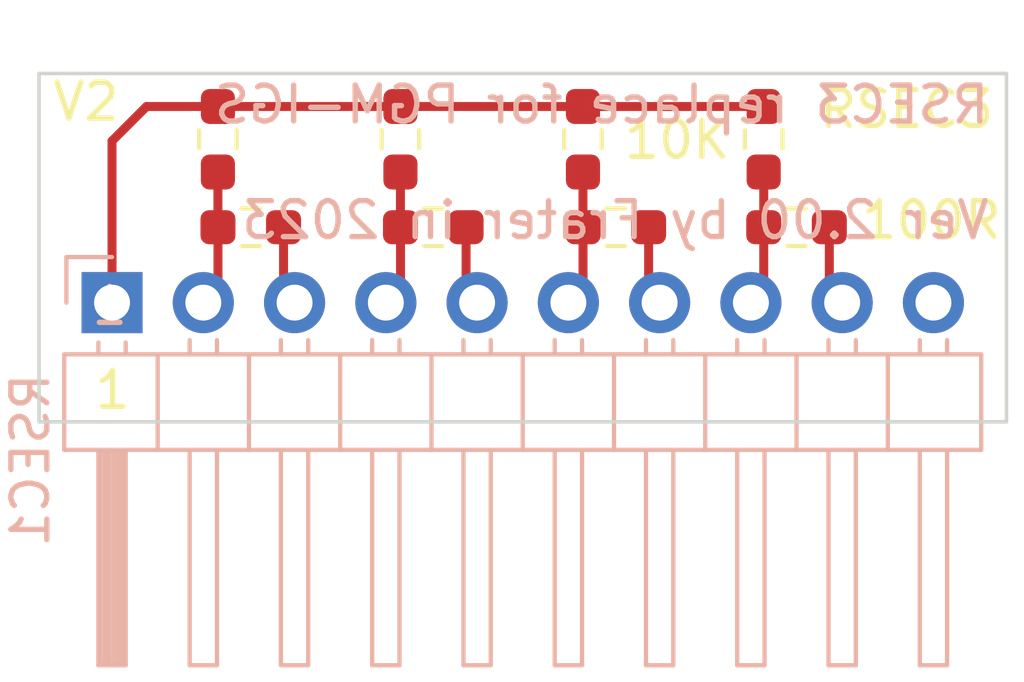
<source format=kicad_pcb>
(kicad_pcb (version 20221018) (generator pcbnew)
  (layers (0 "F.Cu" signal) (31 "B.Cu" signal) (34 "B.Paste" user) (35 "F.Paste" user) (36 "B.SilkS" user "B.Silkscreen") (37 "F.SilkS" user "F.Silkscreen") (38 "B.Mask" user) (39 "F.Mask" user) (44 "Edge.Cuts" user))
  (net 0 "")
  (net 1 "Net-(RSEC1-Input1)")
  (net 2 "Net-(RSEC1-Output1)")
  (net 3 "Net-(RSEC1-Input2)")
  (net 4 "Net-(RSEC1-Output2)")
  (net 5 "Net-(RSEC1-Input3)")
  (net 6 "Net-(RSEC1-Output3)")
  (net 7 "Net-(RSEC1-Input4)")
  (net 8 "Net-(RSEC1-Output4)")
  (net 9 "Net-(RSEC1-VCC)")
  (footprint "frater_Custom_Library:R_0603_1608Metric_Pad0.98x0.95mm_HandSolder_CUSTOM" (layer "F.Cu") (at 137.5156 75.95 -90)
    (fp_text reference "R8")
    (fp_text value "10K")
    (fp_line (start -0.254724 -0.5225) (end 0.254724 -0.5225) (stroke (width 0.12)) (layer "F.SilkS"))
    (fp_line (start -0.254724 0.5225) (end 0.254724 0.5225) (stroke (width 0.12)) (layer "F.SilkS"))
    (pad "1" smd roundrect (at -0.9125 0 270) (size 0.975 0.95) (layers "F.Cu" "F.Paste" "F.Mask") (net 9 "Net-(RSEC1-VCC)"))
    (pad "2" smd roundrect (at 0.9125 0 270) (size 0.975 0.95) (layers "F.Cu" "F.Paste" "F.Mask") (net 7 "Net-(RSEC1-Input4)"))
  )
  (footprint "frater_Custom_Library:R_0603_1608Metric_Pad0.98x0.95mm_HandSolder_CUSTOM" (layer "F.Cu") (at 133.4008 78.4)
    (fp_text reference "R3")
    (fp_text value "100R")
    (fp_line (start -0.254724 -0.5225) (end 0.254724 -0.5225) (stroke (width 0.12)) (layer "F.SilkS"))
    (fp_line (start -0.254724 0.5225) (end 0.254724 0.5225) (stroke (width 0.12)) (layer "F.SilkS"))
    (pad "1" smd roundrect (at -0.9125 0) (size 0.975 0.95) (layers "F.Cu" "F.Paste" "F.Mask") (net 5 "Net-(RSEC1-Input3)"))
    (pad "2" smd roundrect (at 0.9125 0) (size 0.975 0.95) (layers "F.Cu" "F.Paste" "F.Mask") (net 6 "Net-(RSEC1-Output3)"))
  )
  (footprint "frater_Custom_Library:R_0603_1608Metric_Pad0.98x0.95mm_HandSolder_CUSTOM" (layer "F.Cu") (at 127.4064 75.95 -90)
    (fp_text reference "R6")
    (fp_text value "10K")
    (fp_line (start -0.254724 -0.5225) (end 0.254724 -0.5225) (stroke (width 0.12)) (layer "F.SilkS"))
    (fp_line (start -0.254724 0.5225) (end 0.254724 0.5225) (stroke (width 0.12)) (layer "F.SilkS"))
    (pad "1" smd roundrect (at -0.9125 0 270) (size 0.975 0.95) (layers "F.Cu" "F.Paste" "F.Mask") (net 9 "Net-(RSEC1-VCC)"))
    (pad "2" smd roundrect (at 0.9125 0 270) (size 0.975 0.95) (layers "F.Cu" "F.Paste" "F.Mask") (net 3 "Net-(RSEC1-Input2)"))
  )
  (footprint "frater_Custom_Library:R_0603_1608Metric_Pad0.98x0.95mm_HandSolder_CUSTOM" (layer "F.Cu") (at 132.4864 75.95 -90)
    (fp_text reference "R7")
    (fp_text value "10K")
    (fp_line (start -0.254724 -0.5225) (end 0.254724 -0.5225) (stroke (width 0.12)) (layer "F.SilkS"))
    (fp_line (start -0.254724 0.5225) (end 0.254724 0.5225) (stroke (width 0.12)) (layer "F.SilkS"))
    (pad "1" smd roundrect (at -0.9125 0 270) (size 0.975 0.95) (layers "F.Cu" "F.Paste" "F.Mask") (net 9 "Net-(RSEC1-VCC)"))
    (pad "2" smd roundrect (at 0.9125 0 270) (size 0.975 0.95) (layers "F.Cu" "F.Paste" "F.Mask") (net 5 "Net-(RSEC1-Input3)"))
  )
  (footprint "frater_Custom_Library:R_0603_1608Metric_Pad0.98x0.95mm_HandSolder_CUSTOM" (layer "F.Cu") (at 138.43 78.4)
    (fp_text reference "R4")
    (fp_text value "100R")
    (fp_line (start -0.254724 -0.5225) (end 0.254724 -0.5225) (stroke (width 0.12)) (layer "F.SilkS"))
    (fp_line (start -0.254724 0.5225) (end 0.254724 0.5225) (stroke (width 0.12)) (layer "F.SilkS"))
    (pad "1" smd roundrect (at -0.9125 0) (size 0.975 0.95) (layers "F.Cu" "F.Paste" "F.Mask") (net 7 "Net-(RSEC1-Input4)"))
    (pad "2" smd roundrect (at 0.9125 0) (size 0.975 0.95) (layers "F.Cu" "F.Paste" "F.Mask") (net 8 "Net-(RSEC1-Output4)"))
  )
  (footprint "frater_Custom_Library:R_0603_1608Metric_Pad0.98x0.95mm_HandSolder_CUSTOM" (layer "F.Cu") (at 123.2408 78.4)
    (fp_text reference "R1")
    (fp_text value "100R")
    (fp_line (start -0.254724 -0.5225) (end 0.254724 -0.5225) (stroke (width 0.12)) (layer "F.SilkS"))
    (fp_line (start -0.254724 0.5225) (end 0.254724 0.5225) (stroke (width 0.12)) (layer "F.SilkS"))
    (pad "1" smd roundrect (at -0.9125 0) (size 0.975 0.95) (layers "F.Cu" "F.Paste" "F.Mask") (net 1 "Net-(RSEC1-Input1)"))
    (pad "2" smd roundrect (at 0.9125 0) (size 0.975 0.95) (layers "F.Cu" "F.Paste" "F.Mask") (net 2 "Net-(RSEC1-Output1)"))
  )
  (footprint "frater_Custom_Library:R_0603_1608Metric_Pad0.98x0.95mm_HandSolder_CUSTOM" (layer "F.Cu") (at 128.3208 78.4)
    (fp_text reference "R2")
    (fp_text value "100R")
    (fp_line (start -0.254724 -0.5225) (end 0.254724 -0.5225) (stroke (width 0.12)) (layer "F.SilkS"))
    (fp_line (start -0.254724 0.5225) (end 0.254724 0.5225) (stroke (width 0.12)) (layer "F.SilkS"))
    (pad "1" smd roundrect (at -0.9125 0) (size 0.975 0.95) (layers "F.Cu" "F.Paste" "F.Mask") (net 3 "Net-(RSEC1-Input2)"))
    (pad "2" smd roundrect (at 0.9125 0) (size 0.975 0.95) (layers "F.Cu" "F.Paste" "F.Mask") (net 4 "Net-(RSEC1-Output2)"))
  )
  (footprint "frater_Custom_Library:R_0603_1608Metric_Pad0.98x0.95mm_HandSolder_CUSTOM" (layer "F.Cu") (at 122.3264 75.95 -90)
    (fp_text reference "R5")
    (fp_text value "10K")
    (fp_line (start -0.254724 -0.5225) (end 0.254724 -0.5225) (stroke (width 0.12)) (layer "F.SilkS"))
    (fp_line (start -0.254724 0.5225) (end 0.254724 0.5225) (stroke (width 0.12)) (layer "F.SilkS"))
    (pad "1" smd roundrect (at -0.9125 0 270) (size 0.975 0.95) (layers "F.Cu" "F.Paste" "F.Mask") (net 9 "Net-(RSEC1-VCC)"))
    (pad "2" smd roundrect (at 0.9125 0 270) (size 0.975 0.95) (layers "F.Cu" "F.Paste" "F.Mask") (net 1 "Net-(RSEC1-Input1)"))
  )
  (footprint "Connector_PinHeader_2.54mm:PinHeader_1x10_P2.54mm_Horizontal" (layer "B.Cu") (at 119.38 80.5 -90)
    (fp_text reference "RSEC1" (at 4.385 2.27 90) (layer "B.SilkS") (effects (justify mirror)))
    (fp_text value "")
    (fp_line (start -1.27 0) (end -1.27 1.27) (stroke (width 0.12)) (layer "B.SilkS"))
    (fp_line (start -1.27 1.27) (end 0 1.27) (stroke (width 0.12)) (layer "B.SilkS"))
    (fp_line (start 1.042929 -23.24) (end 1.44 -23.24) (stroke (width 0.12)) (layer "B.SilkS"))
    (fp_line (start 1.042929 -22.48) (end 1.44 -22.48) (stroke (width 0.12)) (layer "B.SilkS"))
    (fp_line (start 1.042929 -20.7) (end 1.44 -20.7) (stroke (width 0.12)) (layer "B.SilkS"))
    (fp_line (start 1.042929 -19.94) (end 1.44 -19.94) (stroke (width 0.12)) (layer "B.SilkS"))
    (fp_line (start 1.042929 -18.16) (end 1.44 -18.16) (stroke (width 0.12)) (layer "B.SilkS"))
    (fp_line (start 1.042929 -17.4) (end 1.44 -17.4) (stroke (width 0.12)) (layer "B.SilkS"))
    (fp_line (start 1.042929 -15.62) (end 1.44 -15.62) (stroke (width 0.12)) (layer "B.SilkS"))
    (fp_line (start 1.042929 -14.86) (end 1.44 -14.86) (stroke (width 0.12)) (layer "B.SilkS"))
    (fp_line (start 1.042929 -13.08) (end 1.44 -13.08) (stroke (width 0.12)) (layer "B.SilkS"))
    (fp_line (start 1.042929 -12.32) (end 1.44 -12.32) (stroke (width 0.12)) (layer "B.SilkS"))
    (fp_line (start 1.042929 -10.54) (end 1.44 -10.54) (stroke (width 0.12)) (layer "B.SilkS"))
    (fp_line (start 1.042929 -9.78) (end 1.44 -9.78) (stroke (width 0.12)) (layer "B.SilkS"))
    (fp_line (start 1.042929 -8) (end 1.44 -8) (stroke (width 0.12)) (layer "B.SilkS"))
    (fp_line (start 1.042929 -7.24) (end 1.44 -7.24) (stroke (width 0.12)) (layer "B.SilkS"))
    (fp_line (start 1.042929 -5.46) (end 1.44 -5.46) (stroke (width 0.12)) (layer "B.SilkS"))
    (fp_line (start 1.042929 -4.7) (end 1.44 -4.7) (stroke (width 0.12)) (layer "B.SilkS"))
    (fp_line (start 1.042929 -2.92) (end 1.44 -2.92) (stroke (width 0.12)) (layer "B.SilkS"))
    (fp_line (start 1.042929 -2.16) (end 1.44 -2.16) (stroke (width 0.12)) (layer "B.SilkS"))
    (fp_line (start 1.11 -0.38) (end 1.44 -0.38) (stroke (width 0.12)) (layer "B.SilkS"))
    (fp_line (start 1.11 0.38) (end 1.44 0.38) (stroke (width 0.12)) (layer "B.SilkS"))
    (fp_line (start 1.44 -24.19) (end 4.1 -24.19) (stroke (width 0.12)) (layer "B.SilkS"))
    (fp_line (start 1.44 -21.59) (end 4.1 -21.59) (stroke (width 0.12)) (layer "B.SilkS"))
    (fp_line (start 1.44 -19.05) (end 4.1 -19.05) (stroke (width 0.12)) (layer "B.SilkS"))
    (fp_line (start 1.44 -16.51) (end 4.1 -16.51) (stroke (width 0.12)) (layer "B.SilkS"))
    (fp_line (start 1.44 -13.97) (end 4.1 -13.97) (stroke (width 0.12)) (layer "B.SilkS"))
    (fp_line (start 1.44 -11.43) (end 4.1 -11.43) (stroke (width 0.12)) (layer "B.SilkS"))
    (fp_line (start 1.44 -8.89) (end 4.1 -8.89) (stroke (width 0.12)) (layer "B.SilkS"))
    (fp_line (start 1.44 -6.35) (end 4.1 -6.35) (stroke (width 0.12)) (layer "B.SilkS"))
    (fp_line (start 1.44 -3.81) (end 4.1 -3.81) (stroke (width 0.12)) (layer "B.SilkS"))
    (fp_line (start 1.44 -1.27) (end 4.1 -1.27) (stroke (width 0.12)) (layer "B.SilkS"))
    (fp_line (start 1.44 1.33) (end 1.44 -24.19) (stroke (width 0.12)) (layer "B.SilkS"))
    (fp_line (start 4.1 -24.19) (end 4.1 1.33) (stroke (width 0.12)) (layer "B.SilkS"))
    (fp_line (start 4.1 -22.48) (end 10.1 -22.48) (stroke (width 0.12)) (layer "B.SilkS"))
    (fp_line (start 4.1 -19.94) (end 10.1 -19.94) (stroke (width 0.12)) (layer "B.SilkS"))
    (fp_line (start 4.1 -17.4) (end 10.1 -17.4) (stroke (width 0.12)) (layer "B.SilkS"))
    (fp_line (start 4.1 -14.86) (end 10.1 -14.86) (stroke (width 0.12)) (layer "B.SilkS"))
    (fp_line (start 4.1 -12.32) (end 10.1 -12.32) (stroke (width 0.12)) (layer "B.SilkS"))
    (fp_line (start 4.1 -9.78) (end 10.1 -9.78) (stroke (width 0.12)) (layer "B.SilkS"))
    (fp_line (start 4.1 -7.24) (end 10.1 -7.24) (stroke (width 0.12)) (layer "B.SilkS"))
    (fp_line (start 4.1 -4.7) (end 10.1 -4.7) (stroke (width 0.12)) (layer "B.SilkS"))
    (fp_line (start 4.1 -2.16) (end 10.1 -2.16) (stroke (width 0.12)) (layer "B.SilkS"))
    (fp_line (start 4.1 -0.28) (end 10.1 -0.28) (stroke (width 0.12)) (layer "B.SilkS"))
    (fp_line (start 4.1 -0.16) (end 10.1 -0.16) (stroke (width 0.12)) (layer "B.SilkS"))
    (fp_line (start 4.1 -0.04) (end 10.1 -0.04) (stroke (width 0.12)) (layer "B.SilkS"))
    (fp_line (start 4.1 0.08) (end 10.1 0.08) (stroke (width 0.12)) (layer "B.SilkS"))
    (fp_line (start 4.1 0.2) (end 10.1 0.2) (stroke (width 0.12)) (layer "B.SilkS"))
    (fp_line (start 4.1 0.32) (end 10.1 0.32) (stroke (width 0.12)) (layer "B.SilkS"))
    (fp_line (start 4.1 0.38) (end 10.1 0.38) (stroke (width 0.12)) (layer "B.SilkS"))
    (fp_line (start 4.1 1.33) (end 1.44 1.33) (stroke (width 0.12)) (layer "B.SilkS"))
    (fp_line (start 10.1 -23.24) (end 4.1 -23.24) (stroke (width 0.12)) (layer "B.SilkS"))
    (fp_line (start 10.1 -22.48) (end 10.1 -23.24) (stroke (width 0.12)) (layer "B.SilkS"))
    (fp_line (start 10.1 -20.7) (end 4.1 -20.7) (stroke (width 0.12)) (layer "B.SilkS"))
    (fp_line (start 10.1 -19.94) (end 10.1 -20.7) (stroke (width 0.12)) (layer "B.SilkS"))
    (fp_line (start 10.1 -18.16) (end 4.1 -18.16) (stroke (width 0.12)) (layer "B.SilkS"))
    (fp_line (start 10.1 -17.4) (end 10.1 -18.16) (stroke (width 0.12)) (layer "B.SilkS"))
    (fp_line (start 10.1 -15.62) (end 4.1 -15.62) (stroke (width 0.12)) (layer "B.SilkS"))
    (fp_line (start 10.1 -14.86) (end 10.1 -15.62) (stroke (width 0.12)) (layer "B.SilkS"))
    (fp_line (start 10.1 -13.08) (end 4.1 -13.08) (stroke (width 0.12)) (layer "B.SilkS"))
    (fp_line (start 10.1 -12.32) (end 10.1 -13.08) (stroke (width 0.12)) (layer "B.SilkS"))
    (fp_line (start 10.1 -10.54) (end 4.1 -10.54) (stroke (width 0.12)) (layer "B.SilkS"))
    (fp_line (start 10.1 -9.78) (end 10.1 -10.54) (stroke (width 0.12)) (layer "B.SilkS"))
    (fp_line (start 10.1 -8) (end 4.1 -8) (stroke (width 0.12)) (layer "B.SilkS"))
    (fp_line (start 10.1 -7.24) (end 10.1 -8) (stroke (width 0.12)) (layer "B.SilkS"))
    (fp_line (start 10.1 -5.46) (end 4.1 -5.46) (stroke (width 0.12)) (layer "B.SilkS"))
    (fp_line (start 10.1 -4.7) (end 10.1 -5.46) (stroke (width 0.12)) (layer "B.SilkS"))
    (fp_line (start 10.1 -2.92) (end 4.1 -2.92) (stroke (width 0.12)) (layer "B.SilkS"))
    (fp_line (start 10.1 -2.16) (end 10.1 -2.92) (stroke (width 0.12)) (layer "B.SilkS"))
    (fp_line (start 10.1 -0.38) (end 4.1 -0.38) (stroke (width 0.12)) (layer "B.SilkS"))
    (fp_line (start 10.1 0.38) (end 10.1 -0.38) (stroke (width 0.12)) (layer "B.SilkS"))
    (pad "1" thru_hole rect (at 0 0 270) (size 1.7 1.7) (drill 1) (layers "*.Cu" "*.Mask") (net 9 "Net-(RSEC1-VCC)"))
    (pad "2" thru_hole oval (at 0 -2.54 270) (size 1.7 1.7) (drill 1) (layers "*.Cu" "*.Mask") (net 1 "Net-(RSEC1-Input1)"))
    (pad "3" thru_hole oval (at 0 -5.08 270) (size 1.7 1.7) (drill 1) (layers "*.Cu" "*.Mask") (net 2 "Net-(RSEC1-Output1)"))
    (pad "4" thru_hole oval (at 0 -7.62 270) (size 1.7 1.7) (drill 1) (layers "*.Cu" "*.Mask") (net 3 "Net-(RSEC1-Input2)"))
    (pad "5" thru_hole oval (at 0 -10.16 270) (size 1.7 1.7) (drill 1) (layers "*.Cu" "*.Mask") (net 4 "Net-(RSEC1-Output2)"))
    (pad "6" thru_hole oval (at 0 -12.7 270) (size 1.7 1.7) (drill 1) (layers "*.Cu" "*.Mask") (net 5 "Net-(RSEC1-Input3)"))
    (pad "7" thru_hole oval (at 0 -15.24 270) (size 1.7 1.7) (drill 1) (layers "*.Cu" "*.Mask") (net 6 "Net-(RSEC1-Output3)"))
    (pad "8" thru_hole oval (at 0 -17.78 270) (size 1.7 1.7) (drill 1) (layers "*.Cu" "*.Mask") (net 7 "Net-(RSEC1-Input4)"))
    (pad "9" thru_hole oval (at 0 -20.32 270) (size 1.7 1.7) (drill 1) (layers "*.Cu" "*.Mask") (net 8 "Net-(RSEC1-Output4)"))
    (pad "10" thru_hole oval (at 0 -22.86 270) (size 1.7 1.7) (drill 1) (layers "*.Cu" "*.Mask"))
  )
  (gr_rect (start 117.348 74.1172) (end 144.272 83.82) (stroke (width 0.1)) (fill none) (layer "Edge.Cuts"))
  (gr_text "1" (at 119.888 81.1784) (layer "B.SilkS") (effects (font (size 1 1)) (justify left bottom mirror)))
  (gr_text "RSEC3 replace for PGM-IGS\n\nVer 2.00 by Frater in 2023" (at 143.8656 78.7908) (layer "B.SilkS") (effects (font (size 1 1)) (justify left bottom mirror)))
  (gr_text "RSEC3" (at 138.9888 75.692) (layer "F.SilkS") (effects (font (size 1 1)) (justify left bottom)))
  (gr_text "10K" (at 133.5532 76.5556) (layer "F.SilkS") (effects (font (size 1 1)) (justify left bottom)))
  (gr_text "V2\n" (at 117.6528 75.4888) (layer "F.SilkS") (effects (font (size 1 1)) (justify left bottom)))
  (gr_text "1" (at 118.8212 83.5152) (layer "F.SilkS") (effects (font (size 1 1)) (justify left bottom)))
  (gr_text "100R" (at 140.1572 78.7908) (layer "F.SilkS") (effects (font (size 1 1)) (justify left bottom)))
  (segment (start 122.3264 78.3981) (end 122.3283 78.4) (width 0.25) (layer "F.Cu") (net 1))
  (segment (start 122.3264 76.8625) (end 122.3264 78.3981) (width 0.25) (layer "F.Cu") (net 1))
  (segment (start 122.3283 80.0917) (end 121.92 80.5) (width 0.25) (layer "F.Cu") (net 1))
  (segment (start 122.3283 78.4) (end 122.3283 80.0917) (width 0.25) (layer "F.Cu") (net 1))
  (segment (start 124.1533 78.4) (end 124.1533 80.1933) (width 0.25) (layer "F.Cu") (net 2))
  (segment (start 124.1533 80.1933) (end 124.46 80.5) (width 0.25) (layer "F.Cu") (net 2))
  (segment (start 127.4064 78.3981) (end 127.4083 78.4) (width 0.25) (layer "F.Cu") (net 3))
  (segment (start 127.4064 76.8625) (end 127.4064 78.3981) (width 0.25) (layer "F.Cu") (net 3))
  (segment (start 127.4083 78.4) (end 127.4083 80.0917) (width 0.25) (layer "F.Cu") (net 3))
  (segment (start 127.4083 80.0917) (end 127 80.5) (width 0.25) (layer "F.Cu") (net 3))
  (segment (start 129.2333 80.1933) (end 129.54 80.5) (width 0.25) (layer "F.Cu") (net 4))
  (segment (start 129.2333 78.4) (end 129.2333 80.1933) (width 0.25) (layer "F.Cu") (net 4))
  (segment (start 132.4883 80.0917) (end 132.08 80.5) (width 0.25) (layer "F.Cu") (net 5))
  (segment (start 132.4864 76.8625) (end 132.4864 78.3981) (width 0.25) (layer "F.Cu") (net 5))
  (segment (start 132.4883 78.4) (end 132.4883 80.0917) (width 0.25) (layer "F.Cu") (net 5))
  (segment (start 132.4864 78.3981) (end 132.4883 78.4) (width 0.25) (layer "F.Cu") (net 5))
  (segment (start 134.3133 78.4) (end 134.3133 80.1933) (width 0.25) (layer "F.Cu") (net 6))
  (segment (start 134.3133 80.1933) (end 134.62 80.5) (width 0.25) (layer "F.Cu") (net 6))
  (segment (start 137.5175 78.4) (end 137.5175 76.8644) (width 0.25) (layer "F.Cu") (net 7))
  (segment (start 137.5175 76.8644) (end 137.5156 76.8625) (width 0.25) (layer "F.Cu") (net 7))
  (segment (start 137.5175 78.4) (end 137.5175 80.1425) (width 0.25) (layer "F.Cu") (net 7))
  (segment (start 137.5175 80.1425) (end 137.16 80.5) (width 0.25) (layer "F.Cu") (net 7))
  (segment (start 139.3425 80.1425) (end 139.7 80.5) (width 0.25) (layer "F.Cu") (net 8))
  (segment (start 139.3425 78.4) (end 139.3425 80.1425) (width 0.25) (layer "F.Cu") (net 8))
  (segment (start 119.38 80.5) (end 119.38 75.9968) (width 0.25) (layer "F.Cu") (net 9))
  (segment (start 120.3393 75.0375) (end 119.38 75.9968) (width 0.25) (layer "F.Cu") (net 9))
  (segment (start 127.4064 75.0375) (end 122.3264 75.0375) (width 0.25) (layer "F.Cu") (net 9))
  (segment (start 122.3264 75.0375) (end 120.3393 75.0375) (width 0.25) (layer "F.Cu") (net 9))
  (segment (start 132.4864 75.0375) (end 127.4064 75.0375) (width 0.25) (layer "F.Cu") (net 9))
  (segment (start 137.5156 75.0375) (end 132.4864 75.0375) (width 0.25) (layer "F.Cu") (net 9))
)
</source>
